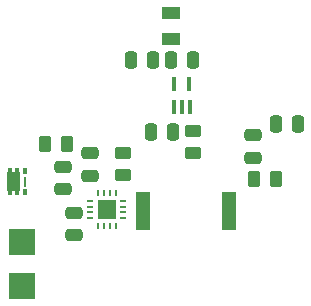
<source format=gtp>
G04 #@! TF.GenerationSoftware,KiCad,Pcbnew,8.0.8*
G04 #@! TF.CreationDate,2025-03-28T23:27:32-07:00*
G04 #@! TF.ProjectId,RCA Radio Telescope,52434120-5261-4646-996f-2054656c6573,2.0*
G04 #@! TF.SameCoordinates,Original*
G04 #@! TF.FileFunction,Paste,Top*
G04 #@! TF.FilePolarity,Positive*
%FSLAX46Y46*%
G04 Gerber Fmt 4.6, Leading zero omitted, Abs format (unit mm)*
G04 Created by KiCad (PCBNEW 8.0.8) date 2025-03-28 23:27:32*
%MOMM*%
%LPD*%
G01*
G04 APERTURE LIST*
G04 Aperture macros list*
%AMRoundRect*
0 Rectangle with rounded corners*
0 $1 Rounding radius*
0 $2 $3 $4 $5 $6 $7 $8 $9 X,Y pos of 4 corners*
0 Add a 4 corners polygon primitive as box body*
4,1,4,$2,$3,$4,$5,$6,$7,$8,$9,$2,$3,0*
0 Add four circle primitives for the rounded corners*
1,1,$1+$1,$2,$3*
1,1,$1+$1,$4,$5*
1,1,$1+$1,$6,$7*
1,1,$1+$1,$8,$9*
0 Add four rect primitives between the rounded corners*
20,1,$1+$1,$2,$3,$4,$5,0*
20,1,$1+$1,$4,$5,$6,$7,0*
20,1,$1+$1,$6,$7,$8,$9,0*
20,1,$1+$1,$8,$9,$2,$3,0*%
G04 Aperture macros list end*
%ADD10C,0.000000*%
%ADD11R,0.240000X0.599999*%
%ADD12R,0.599999X0.240000*%
%ADD13RoundRect,0.250000X0.250000X0.475000X-0.250000X0.475000X-0.250000X-0.475000X0.250000X-0.475000X0*%
%ADD14RoundRect,0.250000X0.475000X-0.250000X0.475000X0.250000X-0.475000X0.250000X-0.475000X-0.250000X0*%
%ADD15R,0.406400X0.508000*%
%ADD16R,0.279400X0.914400*%
%ADD17R,1.257300X3.251200*%
%ADD18RoundRect,0.250000X-0.475000X0.250000X-0.475000X-0.250000X0.475000X-0.250000X0.475000X0.250000X0*%
%ADD19RoundRect,0.250000X-0.262500X-0.450000X0.262500X-0.450000X0.262500X0.450000X-0.262500X0.450000X0*%
%ADD20RoundRect,0.250000X0.262500X0.450000X-0.262500X0.450000X-0.262500X-0.450000X0.262500X-0.450000X0*%
%ADD21RoundRect,0.250000X-0.450000X0.262500X-0.450000X-0.262500X0.450000X-0.262500X0.450000X0.262500X0*%
%ADD22R,0.350000X1.170000*%
%ADD23R,0.400000X1.170000*%
%ADD24RoundRect,0.250000X-0.250000X-0.475000X0.250000X-0.475000X0.250000X0.475000X-0.250000X0.475000X0*%
%ADD25R,2.210000X2.180400*%
%ADD26R,1.498600X0.990600*%
G04 APERTURE END LIST*
D10*
G36*
X35537570Y-37575894D02*
G01*
X35546295Y-37578541D01*
X35554334Y-37582836D01*
X35561380Y-37588619D01*
X35567163Y-37595665D01*
X35571458Y-37603704D01*
X35574105Y-37612429D01*
X35574999Y-37621500D01*
X35574999Y-39078499D01*
X35574105Y-39087570D01*
X35571458Y-39096295D01*
X35567163Y-39104334D01*
X35561380Y-39111380D01*
X35554334Y-39117163D01*
X35546295Y-39121458D01*
X35537570Y-39124105D01*
X35528499Y-39124999D01*
X34071500Y-39124999D01*
X34062429Y-39124105D01*
X34053704Y-39121458D01*
X34045665Y-39117163D01*
X34038619Y-39111380D01*
X34032836Y-39104334D01*
X34028541Y-39096295D01*
X34025894Y-39087570D01*
X34025000Y-39078499D01*
X34025000Y-37621500D01*
X34025894Y-37612429D01*
X34028541Y-37603704D01*
X34032836Y-37595665D01*
X34038619Y-37588619D01*
X34045665Y-37582836D01*
X34053704Y-37578541D01*
X34062429Y-37575894D01*
X34071500Y-37575000D01*
X35528499Y-37575000D01*
X35537570Y-37575894D01*
G37*
G36*
X27453200Y-36795100D02*
G01*
X26396801Y-36795100D01*
X26396801Y-35194900D01*
X27453200Y-35194900D01*
X27453200Y-36795100D01*
G37*
D11*
X35549998Y-39749999D03*
X35049999Y-39749999D03*
X34549997Y-39749999D03*
X34049998Y-39749999D03*
D12*
X33400000Y-39100001D03*
X33400000Y-38600002D03*
X33400000Y-38100000D03*
X33400000Y-37600001D03*
D11*
X34049998Y-36950000D03*
X34549997Y-36950000D03*
X35049999Y-36950000D03*
X35549998Y-36950000D03*
D12*
X36199999Y-37600001D03*
X36199999Y-38100000D03*
X36199999Y-38600002D03*
X36199999Y-39100001D03*
D13*
X38750000Y-25700000D03*
X36850000Y-25700000D03*
D14*
X31100000Y-36650000D03*
X31100000Y-34750000D03*
D15*
X26600001Y-36895001D03*
X27250000Y-36895001D03*
X26600001Y-35094999D03*
X27250000Y-35094999D03*
X27899999Y-35094999D03*
X27899999Y-36895001D03*
D16*
X27900000Y-35995000D03*
D17*
X37874150Y-38500000D03*
X45125850Y-38500000D03*
D14*
X47200000Y-33950000D03*
X47200000Y-32050000D03*
D18*
X33400000Y-33600000D03*
X33400000Y-35500000D03*
X32000000Y-38650000D03*
X32000000Y-40550000D03*
D19*
X29587500Y-32800000D03*
X31412500Y-32800000D03*
D20*
X49112500Y-35800000D03*
X47287500Y-35800000D03*
D21*
X36200000Y-33587500D03*
X36200000Y-35412500D03*
D22*
X40475000Y-29640000D03*
X41150000Y-29640000D03*
X41825000Y-29640000D03*
D23*
X41800000Y-27700000D03*
X40500000Y-27700000D03*
D24*
X40250000Y-25700000D03*
X42150000Y-25700000D03*
D25*
X27600000Y-44814400D03*
X27600000Y-41100000D03*
D26*
X40250000Y-23892200D03*
X40250000Y-21707800D03*
D13*
X40450000Y-31800000D03*
X38550000Y-31800000D03*
D21*
X42150000Y-31737500D03*
X42150000Y-33562500D03*
D24*
X49100000Y-31100000D03*
X51000000Y-31100000D03*
M02*

</source>
